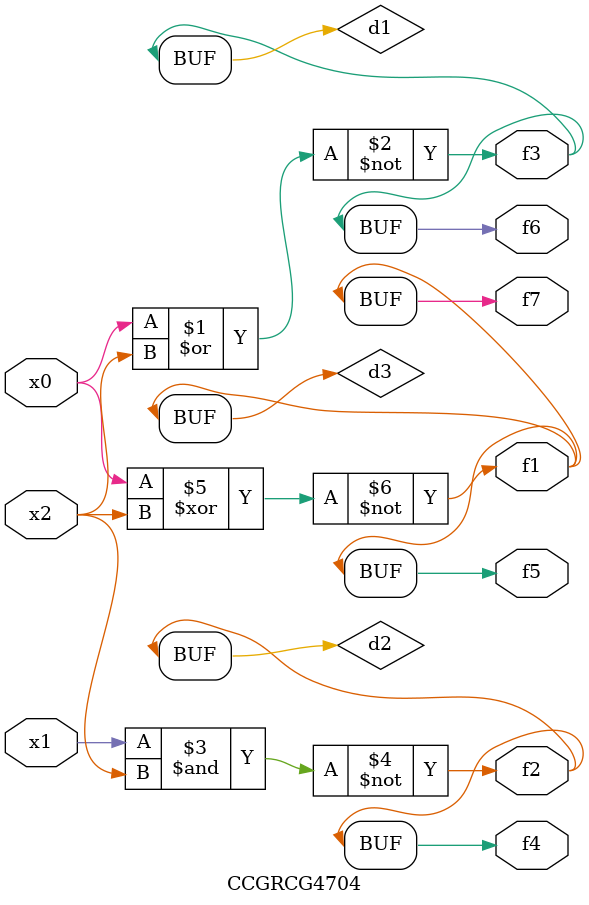
<source format=v>
module CCGRCG4704(
	input x0, x1, x2,
	output f1, f2, f3, f4, f5, f6, f7
);

	wire d1, d2, d3;

	nor (d1, x0, x2);
	nand (d2, x1, x2);
	xnor (d3, x0, x2);
	assign f1 = d3;
	assign f2 = d2;
	assign f3 = d1;
	assign f4 = d2;
	assign f5 = d3;
	assign f6 = d1;
	assign f7 = d3;
endmodule

</source>
